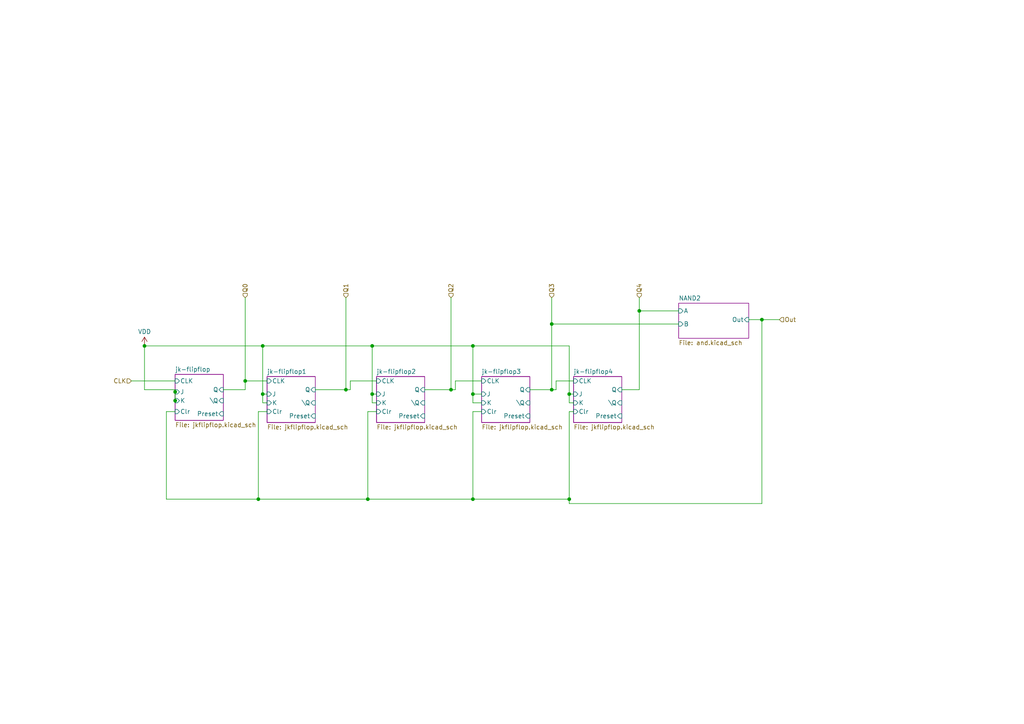
<source format=kicad_sch>
(kicad_sch (version 20250114) (generator "eeschema") (generator_version "9.0")
  (paper "A4")
  (lib_symbols
    (symbol "power:VDD" (power) (pin_numbers (hide yes)) (pin_names (offset 0) (hide yes))
      (property "Value" "VDD" (at 0 3.556 0))
      (symbol "VDD_0_1"
        (polyline (pts (xy -0.762 1.27) (xy 0 2.54)))
        (polyline (pts (xy 0 2.54) (xy 0.762 1.27)))
        (polyline (pts (xy 0 0) (xy 0 2.54)))
      )
      (symbol "VDD_1_1"
        (pin power_in line (at 0 0 90) (length 0) (name "~") (number "1"))
      )
    )
  )
  (junction (at 106.68 144.78))
  (junction (at 160.02 93.98))
  (junction (at 100.33 113.03))
  (junction (at 50.8 116.205))
  (junction (at 41.91 100.33))
  (junction (at 74.93 144.78))
  (junction (at 160.02 113.03))
  (junction (at 137.16 100.33))
  (junction (at 76.2 100.33))
  (junction (at 76.2 114.3))
  (junction (at 165.1 144.78))
  (junction (at 50.8 113.665))
  (junction (at 137.16 144.78))
  (junction (at 165.1 114.3))
  (junction (at 137.16 114.3))
  (junction (at 130.81 113.03))
  (junction (at 220.98 92.71))
  (junction (at 107.95 100.33))
  (junction (at 71.12 110.49))
  (junction (at 185.42 90.17))
  (junction (at 107.95 114.3))
  (wire (pts (xy 50.8 116.205) (xy 50.8 113.665)))
  (wire (pts (xy 137.16 119.38) (xy 137.16 144.78)))
  (wire (pts (xy 48.26 144.78) (xy 74.93 144.78)))
  (wire (pts (xy 165.1 146.05) (xy 165.1 144.78)))
  (wire (pts (xy 137.16 100.33) (xy 165.1 100.33)))
  (wire (pts (xy 76.2 114.3) (xy 77.47 114.3)))
  (wire (pts (xy 137.16 100.33) (xy 137.16 114.3)))
  (wire (pts (xy 76.2 100.33) (xy 76.2 114.3)))
  (wire (pts (xy 220.98 92.71) (xy 226.06 92.71)))
  (wire (pts (xy 165.1 116.84) (xy 166.37 116.84)))
  (wire (pts (xy 161.29 110.49) (xy 166.37 110.49)))
  (wire (pts (xy 50.8 116.84) (xy 50.8 116.205)))
  (wire (pts (xy 161.29 113.03) (xy 161.29 110.49)))
  (wire (pts (xy 185.42 90.17) (xy 196.85 90.17)))
  (wire (pts (xy 137.16 144.78) (xy 165.1 144.78)))
  (wire (pts (xy 160.02 113.03) (xy 161.29 113.03)))
  (wire (pts (xy 160.02 86.36) (xy 160.02 93.98)))
  (wire (pts (xy 50.8 113.665) (xy 50.8 113.03)))
  (wire (pts (xy 38.1 110.49) (xy 50.8 110.49)))
  (wire (pts (xy 71.12 113.03) (xy 71.12 110.49)))
  (wire (pts (xy 139.7 119.38) (xy 137.16 119.38)))
  (wire (pts (xy 77.47 116.84) (xy 76.2 116.84)))
  (wire (pts (xy 185.42 86.36) (xy 185.42 90.17)))
  (wire (pts (xy 130.81 113.03) (xy 132.08 113.03)))
  (wire (pts (xy 165.1 100.33) (xy 165.1 114.3)))
  (wire (pts (xy 71.12 110.49) (xy 77.47 110.49)))
  (wire (pts (xy 107.95 114.3) (xy 109.22 114.3)))
  (wire (pts (xy 220.98 146.05) (xy 165.1 146.05)))
  (wire (pts (xy 130.81 86.36) (xy 130.81 113.03)))
  (wire (pts (xy 107.95 100.33) (xy 137.16 100.33)))
  (wire (pts (xy 132.08 113.03) (xy 132.08 110.49)))
  (wire (pts (xy 137.16 114.3) (xy 139.7 114.3)))
  (wire (pts (xy 107.95 114.3) (xy 107.95 116.84)))
  (wire (pts (xy 100.33 86.36) (xy 100.33 113.03)))
  (wire (pts (xy 166.37 119.38) (xy 165.1 119.38)))
  (wire (pts (xy 41.91 100.33) (xy 41.91 113.03)))
  (wire (pts (xy 50.8 113.03) (xy 41.91 113.03)))
  (wire (pts (xy 180.34 113.03) (xy 185.42 113.03)))
  (wire (pts (xy 50.8 119.38) (xy 48.26 119.38)))
  (wire (pts (xy 160.02 93.98) (xy 160.02 113.03)))
  (wire (pts (xy 106.68 144.78) (xy 137.16 144.78)))
  (wire (pts (xy 48.26 119.38) (xy 48.26 144.78)))
  (wire (pts (xy 109.22 119.38) (xy 106.68 119.38)))
  (wire (pts (xy 220.98 92.71) (xy 217.17 92.71)))
  (wire (pts (xy 101.6 113.03) (xy 101.6 110.49)))
  (wire (pts (xy 137.16 116.84) (xy 139.7 116.84)))
  (wire (pts (xy 165.1 119.38) (xy 165.1 144.78)))
  (wire (pts (xy 123.19 113.03) (xy 130.81 113.03)))
  (wire (pts (xy 137.16 114.3) (xy 137.16 116.84)))
  (wire (pts (xy 132.08 110.49) (xy 139.7 110.49)))
  (wire (pts (xy 220.98 146.05) (xy 220.98 92.71)))
  (wire (pts (xy 91.44 113.03) (xy 100.33 113.03)))
  (wire (pts (xy 64.77 113.03) (xy 71.12 113.03)))
  (wire (pts (xy 41.91 100.33) (xy 76.2 100.33)))
  (wire (pts (xy 74.93 144.78) (xy 106.68 144.78)))
  (wire (pts (xy 74.93 119.38) (xy 74.93 144.78)))
  (wire (pts (xy 107.95 100.33) (xy 107.95 114.3)))
  (wire (pts (xy 185.42 90.17) (xy 185.42 113.03)))
  (wire (pts (xy 76.2 100.33) (xy 107.95 100.33)))
  (wire (pts (xy 76.2 116.84) (xy 76.2 114.3)))
  (wire (pts (xy 153.67 113.03) (xy 160.02 113.03)))
  (wire (pts (xy 77.47 119.38) (xy 74.93 119.38)))
  (wire (pts (xy 160.02 93.98) (xy 196.85 93.98)))
  (wire (pts (xy 71.12 86.36) (xy 71.12 110.49)))
  (wire (pts (xy 101.6 110.49) (xy 109.22 110.49)))
  (wire (pts (xy 107.95 116.84) (xy 109.22 116.84)))
  (wire (pts (xy 165.1 114.3) (xy 166.37 114.3)))
  (wire (pts (xy 165.1 114.3) (xy 165.1 116.84)))
  (wire (pts (xy 106.68 119.38) (xy 106.68 144.78)))
  (wire (pts (xy 100.33 113.03) (xy 101.6 113.03)))
  (hierarchical_label "CLK" (shape input) (at 38.1 110.49 180))
  (hierarchical_label "Q1" (shape input) (at 100.33 86.36 90))
  (hierarchical_label "Out" (shape input) (at 226.06 92.71 0))
  (hierarchical_label "Q3" (shape input) (at 160.02 86.36 90))
  (hierarchical_label "Q4" (shape input) (at 185.42 86.36 90))
  (hierarchical_label "Q2" (shape input) (at 130.81 86.36 90))
  (hierarchical_label "Q0" (shape input) (at 71.12 86.36 90))
  (symbol (lib_id "power:VDD") (at 41.91 100.33 0) (unit 1)
    (property "Reference" "#PWR0108" (effects (hide yes)))
    (property "Value" "VDD" (at 41.91 96.1969 0))
    (property "Description" "Power symbol creates a global label with name \"VDD\"" (effects (hide yes)))
  )
  (sheet (at 50.8 108.585) (size 13.97 13.335) (stroke (width 0.1524) (color 132 0 132 1)) (fill (color 255 255 255 0.0000))
    (property "Sheetname" "jk-flipflop" (at 50.8 107.8734 0) (effects (justify left bottom)))
    (property "Sheetfile" "jkflipflop.kicad_sch" (at 50.8 122.5046 0) (effects (justify left top)))
    (pin "CLK" input (at 50.8 110.49 180))
    (pin "Clr" input (at 50.8 119.38 180))
    (pin "J" input (at 50.8 113.665 180))
    (pin "K" input (at 50.8 116.205 180))
    (pin "Preset" input (at 64.77 120.015 0))
    (pin "Q" input (at 64.77 113.03 0))
    (pin "\\Q" input (at 64.77 116.205 0))
  )
  (sheet (at 139.7 109.22) (size 13.97 13.335) (stroke (width 0.1524) (color 132 0 132 1)) (fill (color 255 255 255 0.0000))
    (property "Sheetname" "jk-flipflop3" (at 139.7 108.5084 0) (effects (justify left bottom)))
    (property "Sheetfile" "jkflipflop.kicad_sch" (at 139.7 123.1396 0) (effects (justify left top)))
    (pin "CLK" input (at 139.7 110.49 180))
    (pin "Clr" input (at 139.7 119.38 180))
    (pin "J" input (at 139.7 114.3 180))
    (pin "K" input (at 139.7 116.84 180))
    (pin "Preset" input (at 153.67 120.65 0))
    (pin "Q" input (at 153.67 113.03 0))
    (pin "\\Q" input (at 153.67 116.84 0))
  )
  (sheet (at 166.37 109.22) (size 13.97 13.335) (stroke (width 0.1524) (color 132 0 132 1)) (fill (color 255 255 255 0.0000))
    (property "Sheetname" "jk-flipflop4" (at 166.37 108.5084 0) (effects (justify left bottom)))
    (property "Sheetfile" "jkflipflop.kicad_sch" (at 166.37 123.1396 0) (effects (justify left top)))
    (pin "CLK" input (at 166.37 110.49 180))
    (pin "Clr" input (at 166.37 119.38 180))
    (pin "J" input (at 166.37 114.3 180))
    (pin "K" input (at 166.37 116.84 180))
    (pin "Preset" input (at 180.34 120.65 0))
    (pin "Q" input (at 180.34 113.03 0))
    (pin "\\Q" input (at 180.34 116.84 0))
  )
  (sheet (at 109.22 109.22) (size 13.97 13.335) (stroke (width 0.1524) (color 132 0 132 1)) (fill (color 255 255 255 0.0000))
    (property "Sheetname" "jk-flipflop2" (at 109.22 108.5084 0) (effects (justify left bottom)))
    (property "Sheetfile" "jkflipflop.kicad_sch" (at 109.22 123.1396 0) (effects (justify left top)))
    (pin "CLK" input (at 109.22 110.49 180))
    (pin "Clr" input (at 109.22 119.38 180))
    (pin "J" input (at 109.22 114.3 180))
    (pin "K" input (at 109.22 116.84 180))
    (pin "Preset" input (at 123.19 120.65 0))
    (pin "Q" input (at 123.19 113.03 0))
    (pin "\\Q" input (at 123.19 116.84 0))
  )
  (sheet (at 77.47 109.22) (size 13.97 13.335) (stroke (width 0.1524) (color 132 0 132 1)) (fill (color 255 255 255 0.0000))
    (property "Sheetname" "jk-flipflop1" (at 77.47 108.5084 0) (effects (justify left bottom)))
    (property "Sheetfile" "jkflipflop.kicad_sch" (at 77.47 123.1396 0) (effects (justify left top)))
    (pin "CLK" input (at 77.47 110.49 180))
    (pin "Clr" input (at 77.47 119.38 180))
    (pin "J" input (at 77.47 114.3 180))
    (pin "K" input (at 77.47 116.84 180))
    (pin "Preset" input (at 91.44 120.65 0))
    (pin "Q" input (at 91.44 113.03 0))
    (pin "\\Q" input (at 91.44 116.84 0))
  )
  (sheet (at 196.85 87.9475) (size 20.32 10.16) (stroke (width 0.1524) (color 132 0 132 1)) (fill (color 255 255 255 0.0000))
    (property "Sheetname" "NAND2" (at 196.85 87.2359 0) (effects (justify left bottom)))
    (property "Sheetfile" "and.kicad_sch" (at 196.85 98.6921 0) (effects (justify left top)))
    (pin "A" input (at 196.85 90.17 180))
    (pin "B" input (at 196.85 93.98 180))
    (pin "Out" input (at 217.17 92.71 0))
  )
)
</source>
